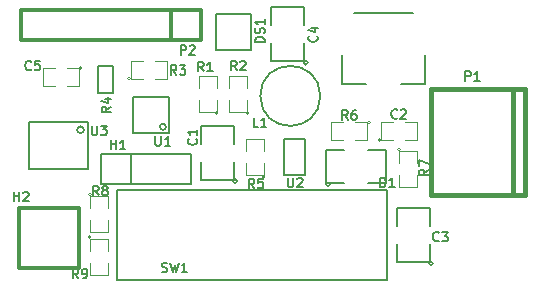
<source format=gto>
G04 (created by PCBNEW (2013-04-19 BZR 4011)-stable) date 20/07/2014 14:52:58*
%MOIN*%
G04 Gerber Fmt 3.4, Leading zero omitted, Abs format*
%FSLAX34Y34*%
G01*
G70*
G90*
G04 APERTURE LIST*
%ADD10C,0*%
%ADD11C,0.00590551*%
%ADD12C,0.005*%
%ADD13C,0.0039*%
%ADD14C,0.006*%
%ADD15C,0.012*%
%ADD16C,0.008*%
%ADD17C,0.015*%
G04 APERTURE END LIST*
G54D10*
G54D11*
X63598Y-40551D02*
G75*
G03X63598Y-40551I-1000J0D01*
G74*
G01*
G54D12*
X67363Y-46146D02*
G75*
G03X67363Y-46146I-70J0D01*
G74*
G01*
X66142Y-45496D02*
X66142Y-46096D01*
X66142Y-46096D02*
X67242Y-46096D01*
X67242Y-46096D02*
X67242Y-45496D01*
X67242Y-44896D02*
X67242Y-44296D01*
X67242Y-44296D02*
X66142Y-44296D01*
X66142Y-44296D02*
X66142Y-44896D01*
G54D13*
X61216Y-41122D02*
G75*
G03X61216Y-41122I-50J0D01*
G74*
G01*
X61166Y-40672D02*
X61166Y-41072D01*
X61166Y-41072D02*
X60566Y-41072D01*
X60566Y-41072D02*
X60566Y-40672D01*
X60566Y-40272D02*
X60566Y-39872D01*
X60566Y-39872D02*
X61166Y-39872D01*
X61166Y-39872D02*
X61166Y-40272D01*
X60192Y-41122D02*
G75*
G03X60192Y-41122I-50J0D01*
G74*
G01*
X60142Y-40672D02*
X60142Y-41072D01*
X60142Y-41072D02*
X59542Y-41072D01*
X59542Y-41072D02*
X59542Y-40672D01*
X59542Y-40272D02*
X59542Y-39872D01*
X59542Y-39872D02*
X60142Y-39872D01*
X60142Y-39872D02*
X60142Y-40272D01*
X57274Y-39985D02*
G75*
G03X57274Y-39985I-50J0D01*
G74*
G01*
X57674Y-39985D02*
X57274Y-39985D01*
X57274Y-39985D02*
X57274Y-39385D01*
X57274Y-39385D02*
X57674Y-39385D01*
X58074Y-39385D02*
X58474Y-39385D01*
X58474Y-39385D02*
X58474Y-39985D01*
X58474Y-39985D02*
X58074Y-39985D01*
G54D12*
X63923Y-43513D02*
G75*
G03X63923Y-43513I-70J0D01*
G74*
G01*
X64403Y-42363D02*
X63803Y-42363D01*
X63803Y-42363D02*
X63803Y-43463D01*
X63803Y-43463D02*
X64403Y-43463D01*
X65203Y-43463D02*
X65803Y-43463D01*
X65803Y-43463D02*
X65803Y-42363D01*
X65803Y-42363D02*
X65203Y-42363D01*
G54D13*
X61767Y-43248D02*
G75*
G03X61767Y-43248I-50J0D01*
G74*
G01*
X61717Y-42798D02*
X61717Y-43198D01*
X61717Y-43198D02*
X61117Y-43198D01*
X61117Y-43198D02*
X61117Y-42798D01*
X61117Y-42398D02*
X61117Y-41998D01*
X61117Y-41998D02*
X61717Y-41998D01*
X61717Y-41998D02*
X61717Y-42398D01*
X55970Y-45255D02*
G75*
G03X55970Y-45255I-50J0D01*
G74*
G01*
X55920Y-45705D02*
X55920Y-45305D01*
X55920Y-45305D02*
X56520Y-45305D01*
X56520Y-45305D02*
X56520Y-45705D01*
X56520Y-46105D02*
X56520Y-46505D01*
X56520Y-46505D02*
X55920Y-46505D01*
X55920Y-46505D02*
X55920Y-46105D01*
X66285Y-42342D02*
G75*
G03X66285Y-42342I-50J0D01*
G74*
G01*
X66235Y-42792D02*
X66235Y-42392D01*
X66235Y-42392D02*
X66835Y-42392D01*
X66835Y-42392D02*
X66835Y-42792D01*
X66835Y-43192D02*
X66835Y-43592D01*
X66835Y-43592D02*
X66235Y-43592D01*
X66235Y-43592D02*
X66235Y-43192D01*
X65266Y-41432D02*
G75*
G03X65266Y-41432I-50J0D01*
G74*
G01*
X64766Y-41432D02*
X65166Y-41432D01*
X65166Y-41432D02*
X65166Y-42032D01*
X65166Y-42032D02*
X64766Y-42032D01*
X64366Y-42032D02*
X63966Y-42032D01*
X63966Y-42032D02*
X63966Y-41432D01*
X63966Y-41432D02*
X64366Y-41432D01*
G54D11*
X65838Y-43696D02*
X65838Y-46696D01*
X56838Y-43696D02*
X56838Y-46696D01*
X65838Y-46696D02*
X56838Y-46696D01*
X56838Y-43696D02*
X65838Y-43696D01*
X66299Y-40157D02*
X67086Y-40157D01*
X67086Y-40157D02*
X67086Y-39173D01*
X64330Y-39173D02*
X64330Y-40157D01*
X64330Y-40157D02*
X65118Y-40157D01*
X64724Y-37795D02*
X66692Y-37795D01*
X60118Y-39015D02*
X60118Y-37834D01*
X60118Y-37834D02*
X61299Y-37834D01*
X61299Y-37834D02*
X61299Y-39015D01*
X61299Y-39015D02*
X60118Y-39015D01*
G54D14*
X56295Y-43492D02*
X56295Y-42492D01*
X56295Y-42492D02*
X59295Y-42492D01*
X59295Y-42492D02*
X59295Y-43492D01*
X59295Y-43492D02*
X56295Y-43492D01*
X57295Y-42492D02*
X57295Y-43492D01*
G54D15*
X53566Y-44275D02*
X55566Y-44275D01*
X55566Y-44275D02*
X55566Y-46275D01*
X55566Y-46275D02*
X53566Y-46275D01*
X53566Y-46275D02*
X53566Y-44275D01*
X59614Y-37688D02*
X59614Y-38688D01*
X59614Y-38688D02*
X53614Y-38688D01*
X53614Y-38688D02*
X53614Y-37688D01*
X53614Y-37688D02*
X59614Y-37688D01*
X58614Y-37688D02*
X58614Y-38688D01*
G54D13*
X55660Y-39621D02*
G75*
G03X55660Y-39621I-50J0D01*
G74*
G01*
X55160Y-39621D02*
X55560Y-39621D01*
X55560Y-39621D02*
X55560Y-40221D01*
X55560Y-40221D02*
X55160Y-40221D01*
X54760Y-40221D02*
X54360Y-40221D01*
X54360Y-40221D02*
X54360Y-39621D01*
X54360Y-39621D02*
X54760Y-39621D01*
X65620Y-42032D02*
G75*
G03X65620Y-42032I-50J0D01*
G74*
G01*
X66020Y-42032D02*
X65620Y-42032D01*
X65620Y-42032D02*
X65620Y-41432D01*
X65620Y-41432D02*
X66020Y-41432D01*
X66420Y-41432D02*
X66820Y-41432D01*
X66820Y-41432D02*
X66820Y-42032D01*
X66820Y-42032D02*
X66420Y-42032D01*
G54D12*
X60828Y-43390D02*
G75*
G03X60828Y-43390I-70J0D01*
G74*
G01*
X59607Y-42740D02*
X59607Y-43340D01*
X59607Y-43340D02*
X60707Y-43340D01*
X60707Y-43340D02*
X60707Y-42740D01*
X60707Y-42140D02*
X60707Y-41540D01*
X60707Y-41540D02*
X59607Y-41540D01*
X59607Y-41540D02*
X59607Y-42140D01*
X63190Y-39453D02*
G75*
G03X63190Y-39453I-70J0D01*
G74*
G01*
X61969Y-38803D02*
X61969Y-39403D01*
X61969Y-39403D02*
X63069Y-39403D01*
X63069Y-39403D02*
X63069Y-38803D01*
X63069Y-38203D02*
X63069Y-37603D01*
X63069Y-37603D02*
X61969Y-37603D01*
X61969Y-37603D02*
X61969Y-38203D01*
G54D16*
X58452Y-41581D02*
G75*
G03X58452Y-41581I-100J0D01*
G74*
G01*
X58552Y-40581D02*
X58552Y-41781D01*
X58552Y-41781D02*
X57352Y-41781D01*
X57352Y-41781D02*
X57352Y-40581D01*
X57352Y-40581D02*
X58552Y-40581D01*
G54D12*
X56206Y-40450D02*
X56206Y-39550D01*
X56206Y-39550D02*
X56706Y-39550D01*
X56706Y-39550D02*
X56706Y-40450D01*
X56706Y-40450D02*
X56206Y-40450D01*
G54D13*
X55970Y-43838D02*
G75*
G03X55970Y-43838I-50J0D01*
G74*
G01*
X55920Y-44288D02*
X55920Y-43888D01*
X55920Y-43888D02*
X56520Y-43888D01*
X56520Y-43888D02*
X56520Y-44288D01*
X56520Y-44688D02*
X56520Y-45088D01*
X56520Y-45088D02*
X55920Y-45088D01*
X55920Y-45088D02*
X55920Y-44688D01*
G54D12*
X62405Y-41998D02*
X63105Y-41998D01*
X63105Y-41998D02*
X63105Y-43198D01*
X63105Y-43198D02*
X62405Y-43198D01*
X62405Y-43198D02*
X62405Y-41998D01*
G54D17*
X70433Y-40314D02*
X67283Y-40314D01*
X70433Y-43858D02*
X67283Y-43858D01*
X67283Y-40314D02*
X67283Y-43858D01*
X70039Y-40314D02*
X70039Y-43858D01*
X70433Y-40314D02*
X70433Y-43858D01*
G54D12*
X55856Y-41429D02*
X53906Y-41429D01*
X53906Y-41429D02*
X53906Y-42979D01*
X53906Y-42979D02*
X55856Y-42979D01*
X55856Y-42979D02*
X55856Y-41429D01*
X55718Y-41679D02*
G75*
G03X55718Y-41679I-111J0D01*
G74*
G01*
G54D11*
X61536Y-41587D02*
X61386Y-41587D01*
X61386Y-41272D01*
X61806Y-41587D02*
X61626Y-41587D01*
X61716Y-41587D02*
X61716Y-41272D01*
X61686Y-41317D01*
X61656Y-41347D01*
X61626Y-41362D01*
X67545Y-45373D02*
X67530Y-45388D01*
X67485Y-45403D01*
X67455Y-45403D01*
X67410Y-45388D01*
X67380Y-45358D01*
X67365Y-45328D01*
X67350Y-45268D01*
X67350Y-45223D01*
X67365Y-45163D01*
X67380Y-45133D01*
X67410Y-45103D01*
X67455Y-45088D01*
X67485Y-45088D01*
X67530Y-45103D01*
X67545Y-45118D01*
X67650Y-45088D02*
X67845Y-45088D01*
X67740Y-45208D01*
X67785Y-45208D01*
X67815Y-45223D01*
X67830Y-45238D01*
X67845Y-45268D01*
X67845Y-45343D01*
X67830Y-45373D01*
X67815Y-45388D01*
X67785Y-45403D01*
X67695Y-45403D01*
X67665Y-45388D01*
X67650Y-45373D01*
X60813Y-39699D02*
X60708Y-39549D01*
X60633Y-39699D02*
X60633Y-39384D01*
X60753Y-39384D01*
X60783Y-39399D01*
X60798Y-39414D01*
X60813Y-39444D01*
X60813Y-39489D01*
X60798Y-39519D01*
X60783Y-39534D01*
X60753Y-39549D01*
X60633Y-39549D01*
X60933Y-39414D02*
X60948Y-39399D01*
X60978Y-39384D01*
X61053Y-39384D01*
X61083Y-39399D01*
X61098Y-39414D01*
X61113Y-39444D01*
X61113Y-39474D01*
X61098Y-39519D01*
X60918Y-39699D01*
X61113Y-39699D01*
X59711Y-39733D02*
X59606Y-39583D01*
X59531Y-39733D02*
X59531Y-39418D01*
X59651Y-39418D01*
X59681Y-39433D01*
X59696Y-39448D01*
X59711Y-39478D01*
X59711Y-39523D01*
X59696Y-39553D01*
X59681Y-39568D01*
X59651Y-39583D01*
X59531Y-39583D01*
X60011Y-39733D02*
X59831Y-39733D01*
X59921Y-39733D02*
X59921Y-39418D01*
X59891Y-39463D01*
X59861Y-39493D01*
X59831Y-39508D01*
X58805Y-39851D02*
X58700Y-39701D01*
X58625Y-39851D02*
X58625Y-39536D01*
X58745Y-39536D01*
X58775Y-39551D01*
X58790Y-39566D01*
X58805Y-39596D01*
X58805Y-39641D01*
X58790Y-39671D01*
X58775Y-39686D01*
X58745Y-39701D01*
X58625Y-39701D01*
X58910Y-39536D02*
X59105Y-39536D01*
X59000Y-39656D01*
X59045Y-39656D01*
X59075Y-39671D01*
X59090Y-39686D01*
X59105Y-39716D01*
X59105Y-39791D01*
X59090Y-39821D01*
X59075Y-39836D01*
X59045Y-39851D01*
X58955Y-39851D01*
X58925Y-39836D01*
X58910Y-39821D01*
X65594Y-43592D02*
X65594Y-43277D01*
X65669Y-43277D01*
X65714Y-43292D01*
X65744Y-43322D01*
X65759Y-43352D01*
X65774Y-43412D01*
X65774Y-43457D01*
X65759Y-43517D01*
X65744Y-43547D01*
X65714Y-43577D01*
X65669Y-43592D01*
X65594Y-43592D01*
X66074Y-43592D02*
X65894Y-43592D01*
X65984Y-43592D02*
X65984Y-43277D01*
X65954Y-43322D01*
X65924Y-43352D01*
X65894Y-43367D01*
X61404Y-43631D02*
X61299Y-43481D01*
X61224Y-43631D02*
X61224Y-43316D01*
X61344Y-43316D01*
X61374Y-43331D01*
X61389Y-43346D01*
X61404Y-43376D01*
X61404Y-43421D01*
X61389Y-43451D01*
X61374Y-43466D01*
X61344Y-43481D01*
X61224Y-43481D01*
X61689Y-43316D02*
X61539Y-43316D01*
X61524Y-43466D01*
X61539Y-43451D01*
X61569Y-43436D01*
X61644Y-43436D01*
X61674Y-43451D01*
X61689Y-43466D01*
X61704Y-43496D01*
X61704Y-43571D01*
X61689Y-43601D01*
X61674Y-43616D01*
X61644Y-43631D01*
X61569Y-43631D01*
X61539Y-43616D01*
X61524Y-43601D01*
X55538Y-46623D02*
X55433Y-46473D01*
X55358Y-46623D02*
X55358Y-46308D01*
X55478Y-46308D01*
X55508Y-46323D01*
X55523Y-46338D01*
X55538Y-46368D01*
X55538Y-46413D01*
X55523Y-46443D01*
X55508Y-46458D01*
X55478Y-46473D01*
X55358Y-46473D01*
X55688Y-46623D02*
X55748Y-46623D01*
X55778Y-46608D01*
X55793Y-46593D01*
X55823Y-46548D01*
X55838Y-46488D01*
X55838Y-46368D01*
X55823Y-46338D01*
X55808Y-46323D01*
X55778Y-46308D01*
X55718Y-46308D01*
X55688Y-46323D01*
X55673Y-46338D01*
X55658Y-46368D01*
X55658Y-46443D01*
X55673Y-46473D01*
X55688Y-46488D01*
X55718Y-46503D01*
X55778Y-46503D01*
X55808Y-46488D01*
X55823Y-46473D01*
X55838Y-46443D01*
X67214Y-43005D02*
X67064Y-43110D01*
X67214Y-43185D02*
X66899Y-43185D01*
X66899Y-43065D01*
X66914Y-43035D01*
X66929Y-43020D01*
X66959Y-43005D01*
X67004Y-43005D01*
X67034Y-43020D01*
X67049Y-43035D01*
X67064Y-43065D01*
X67064Y-43185D01*
X66899Y-42900D02*
X66899Y-42690D01*
X67214Y-42825D01*
X64514Y-41347D02*
X64409Y-41197D01*
X64334Y-41347D02*
X64334Y-41032D01*
X64454Y-41032D01*
X64484Y-41047D01*
X64499Y-41062D01*
X64514Y-41092D01*
X64514Y-41137D01*
X64499Y-41167D01*
X64484Y-41182D01*
X64454Y-41197D01*
X64334Y-41197D01*
X64784Y-41032D02*
X64724Y-41032D01*
X64694Y-41047D01*
X64679Y-41062D01*
X64649Y-41107D01*
X64634Y-41167D01*
X64634Y-41287D01*
X64649Y-41317D01*
X64664Y-41332D01*
X64694Y-41347D01*
X64754Y-41347D01*
X64784Y-41332D01*
X64799Y-41317D01*
X64814Y-41287D01*
X64814Y-41212D01*
X64799Y-41182D01*
X64784Y-41167D01*
X64754Y-41152D01*
X64694Y-41152D01*
X64664Y-41167D01*
X64649Y-41182D01*
X64634Y-41212D01*
X58320Y-46411D02*
X58365Y-46426D01*
X58440Y-46426D01*
X58470Y-46411D01*
X58485Y-46396D01*
X58500Y-46366D01*
X58500Y-46336D01*
X58485Y-46306D01*
X58470Y-46291D01*
X58440Y-46276D01*
X58380Y-46261D01*
X58350Y-46246D01*
X58335Y-46231D01*
X58320Y-46201D01*
X58320Y-46171D01*
X58335Y-46141D01*
X58350Y-46126D01*
X58380Y-46111D01*
X58455Y-46111D01*
X58500Y-46126D01*
X58605Y-46111D02*
X58680Y-46426D01*
X58740Y-46201D01*
X58800Y-46426D01*
X58875Y-46111D01*
X59160Y-46426D02*
X58980Y-46426D01*
X59070Y-46426D02*
X59070Y-46111D01*
X59040Y-46156D01*
X59010Y-46186D01*
X58980Y-46201D01*
X61741Y-38768D02*
X61426Y-38768D01*
X61426Y-38693D01*
X61441Y-38648D01*
X61471Y-38618D01*
X61501Y-38603D01*
X61561Y-38588D01*
X61606Y-38588D01*
X61666Y-38603D01*
X61696Y-38618D01*
X61726Y-38648D01*
X61741Y-38693D01*
X61741Y-38768D01*
X61726Y-38468D02*
X61741Y-38423D01*
X61741Y-38348D01*
X61726Y-38318D01*
X61711Y-38303D01*
X61681Y-38288D01*
X61651Y-38288D01*
X61621Y-38303D01*
X61606Y-38318D01*
X61591Y-38348D01*
X61576Y-38408D01*
X61561Y-38438D01*
X61546Y-38453D01*
X61516Y-38468D01*
X61486Y-38468D01*
X61456Y-38453D01*
X61441Y-38438D01*
X61426Y-38408D01*
X61426Y-38333D01*
X61441Y-38288D01*
X61741Y-37988D02*
X61741Y-38168D01*
X61741Y-38078D02*
X61426Y-38078D01*
X61471Y-38108D01*
X61501Y-38138D01*
X61516Y-38168D01*
X56610Y-42332D02*
X56610Y-42017D01*
X56610Y-42167D02*
X56790Y-42167D01*
X56790Y-42332D02*
X56790Y-42017D01*
X57105Y-42332D02*
X56925Y-42332D01*
X57015Y-42332D02*
X57015Y-42017D01*
X56985Y-42062D01*
X56955Y-42092D01*
X56925Y-42107D01*
X53382Y-44064D02*
X53382Y-43749D01*
X53382Y-43899D02*
X53562Y-43899D01*
X53562Y-44064D02*
X53562Y-43749D01*
X53697Y-43779D02*
X53712Y-43764D01*
X53742Y-43749D01*
X53817Y-43749D01*
X53847Y-43764D01*
X53862Y-43779D01*
X53877Y-43809D01*
X53877Y-43839D01*
X53862Y-43884D01*
X53682Y-44064D01*
X53877Y-44064D01*
X58940Y-39182D02*
X58940Y-38867D01*
X59060Y-38867D01*
X59090Y-38882D01*
X59105Y-38897D01*
X59120Y-38927D01*
X59120Y-38972D01*
X59105Y-39002D01*
X59090Y-39017D01*
X59060Y-39032D01*
X58940Y-39032D01*
X59240Y-38897D02*
X59255Y-38882D01*
X59285Y-38867D01*
X59360Y-38867D01*
X59390Y-38882D01*
X59405Y-38897D01*
X59420Y-38927D01*
X59420Y-38957D01*
X59405Y-39002D01*
X59225Y-39182D01*
X59420Y-39182D01*
X53963Y-39664D02*
X53948Y-39679D01*
X53903Y-39694D01*
X53873Y-39694D01*
X53828Y-39679D01*
X53798Y-39649D01*
X53783Y-39619D01*
X53768Y-39559D01*
X53768Y-39514D01*
X53783Y-39454D01*
X53798Y-39424D01*
X53828Y-39394D01*
X53873Y-39379D01*
X53903Y-39379D01*
X53948Y-39394D01*
X53963Y-39409D01*
X54248Y-39379D02*
X54098Y-39379D01*
X54083Y-39529D01*
X54098Y-39514D01*
X54128Y-39499D01*
X54203Y-39499D01*
X54233Y-39514D01*
X54248Y-39529D01*
X54263Y-39559D01*
X54263Y-39634D01*
X54248Y-39664D01*
X54233Y-39679D01*
X54203Y-39694D01*
X54128Y-39694D01*
X54098Y-39679D01*
X54083Y-39664D01*
X66167Y-41278D02*
X66152Y-41293D01*
X66107Y-41308D01*
X66077Y-41308D01*
X66032Y-41293D01*
X66002Y-41263D01*
X65988Y-41233D01*
X65973Y-41173D01*
X65973Y-41128D01*
X65988Y-41068D01*
X66002Y-41038D01*
X66032Y-41008D01*
X66077Y-40993D01*
X66107Y-40993D01*
X66152Y-41008D01*
X66167Y-41023D01*
X66287Y-41023D02*
X66302Y-41008D01*
X66332Y-40993D01*
X66407Y-40993D01*
X66437Y-41008D01*
X66452Y-41023D01*
X66467Y-41053D01*
X66467Y-41083D01*
X66452Y-41128D01*
X66272Y-41308D01*
X66467Y-41308D01*
X59467Y-41981D02*
X59482Y-41996D01*
X59497Y-42041D01*
X59497Y-42071D01*
X59482Y-42116D01*
X59452Y-42146D01*
X59422Y-42161D01*
X59362Y-42176D01*
X59317Y-42176D01*
X59257Y-42161D01*
X59227Y-42146D01*
X59197Y-42116D01*
X59182Y-42071D01*
X59182Y-42041D01*
X59197Y-41996D01*
X59212Y-41981D01*
X59497Y-41681D02*
X59497Y-41861D01*
X59497Y-41771D02*
X59182Y-41771D01*
X59227Y-41801D01*
X59257Y-41831D01*
X59272Y-41861D01*
X63483Y-38556D02*
X63498Y-38571D01*
X63513Y-38616D01*
X63513Y-38646D01*
X63498Y-38691D01*
X63468Y-38721D01*
X63438Y-38736D01*
X63378Y-38751D01*
X63333Y-38751D01*
X63273Y-38736D01*
X63243Y-38721D01*
X63213Y-38691D01*
X63198Y-38646D01*
X63198Y-38616D01*
X63213Y-38571D01*
X63228Y-38556D01*
X63303Y-38286D02*
X63513Y-38286D01*
X63183Y-38361D02*
X63408Y-38436D01*
X63408Y-38241D01*
X58106Y-41899D02*
X58106Y-42154D01*
X58121Y-42184D01*
X58136Y-42199D01*
X58166Y-42214D01*
X58226Y-42214D01*
X58256Y-42199D01*
X58271Y-42184D01*
X58286Y-42154D01*
X58286Y-41899D01*
X58601Y-42214D02*
X58421Y-42214D01*
X58511Y-42214D02*
X58511Y-41899D01*
X58481Y-41944D01*
X58451Y-41974D01*
X58421Y-41989D01*
X56623Y-40918D02*
X56473Y-41023D01*
X56623Y-41098D02*
X56308Y-41098D01*
X56308Y-40978D01*
X56323Y-40948D01*
X56338Y-40933D01*
X56368Y-40918D01*
X56413Y-40918D01*
X56443Y-40933D01*
X56458Y-40948D01*
X56473Y-40978D01*
X56473Y-41098D01*
X56413Y-40648D02*
X56623Y-40648D01*
X56293Y-40723D02*
X56518Y-40798D01*
X56518Y-40603D01*
X56207Y-43867D02*
X56102Y-43717D01*
X56027Y-43867D02*
X56027Y-43552D01*
X56147Y-43552D01*
X56177Y-43567D01*
X56192Y-43582D01*
X56207Y-43612D01*
X56207Y-43657D01*
X56192Y-43687D01*
X56177Y-43702D01*
X56147Y-43717D01*
X56027Y-43717D01*
X56387Y-43687D02*
X56357Y-43672D01*
X56342Y-43657D01*
X56327Y-43627D01*
X56327Y-43612D01*
X56342Y-43582D01*
X56357Y-43567D01*
X56387Y-43552D01*
X56447Y-43552D01*
X56477Y-43567D01*
X56492Y-43582D01*
X56507Y-43612D01*
X56507Y-43627D01*
X56492Y-43657D01*
X56477Y-43672D01*
X56447Y-43687D01*
X56387Y-43687D01*
X56357Y-43702D01*
X56342Y-43717D01*
X56327Y-43747D01*
X56327Y-43807D01*
X56342Y-43837D01*
X56357Y-43852D01*
X56387Y-43867D01*
X56447Y-43867D01*
X56477Y-43852D01*
X56492Y-43837D01*
X56507Y-43807D01*
X56507Y-43747D01*
X56492Y-43717D01*
X56477Y-43702D01*
X56447Y-43687D01*
X62515Y-43277D02*
X62515Y-43532D01*
X62530Y-43562D01*
X62545Y-43577D01*
X62575Y-43592D01*
X62635Y-43592D01*
X62665Y-43577D01*
X62680Y-43562D01*
X62695Y-43532D01*
X62695Y-43277D01*
X62830Y-43307D02*
X62845Y-43292D01*
X62875Y-43277D01*
X62950Y-43277D01*
X62980Y-43292D01*
X62995Y-43307D01*
X63010Y-43337D01*
X63010Y-43367D01*
X62995Y-43412D01*
X62815Y-43592D01*
X63010Y-43592D01*
X68428Y-40048D02*
X68428Y-39733D01*
X68548Y-39733D01*
X68578Y-39748D01*
X68593Y-39763D01*
X68608Y-39793D01*
X68608Y-39838D01*
X68593Y-39868D01*
X68578Y-39883D01*
X68548Y-39898D01*
X68428Y-39898D01*
X68908Y-40048D02*
X68728Y-40048D01*
X68818Y-40048D02*
X68818Y-39733D01*
X68788Y-39778D01*
X68758Y-39808D01*
X68728Y-39823D01*
X55980Y-41544D02*
X55980Y-41799D01*
X55995Y-41829D01*
X56010Y-41844D01*
X56040Y-41859D01*
X56100Y-41859D01*
X56130Y-41844D01*
X56145Y-41829D01*
X56160Y-41799D01*
X56160Y-41544D01*
X56280Y-41544D02*
X56475Y-41544D01*
X56370Y-41664D01*
X56415Y-41664D01*
X56445Y-41679D01*
X56460Y-41694D01*
X56475Y-41724D01*
X56475Y-41799D01*
X56460Y-41829D01*
X56445Y-41844D01*
X56415Y-41859D01*
X56325Y-41859D01*
X56295Y-41844D01*
X56280Y-41829D01*
M02*

</source>
